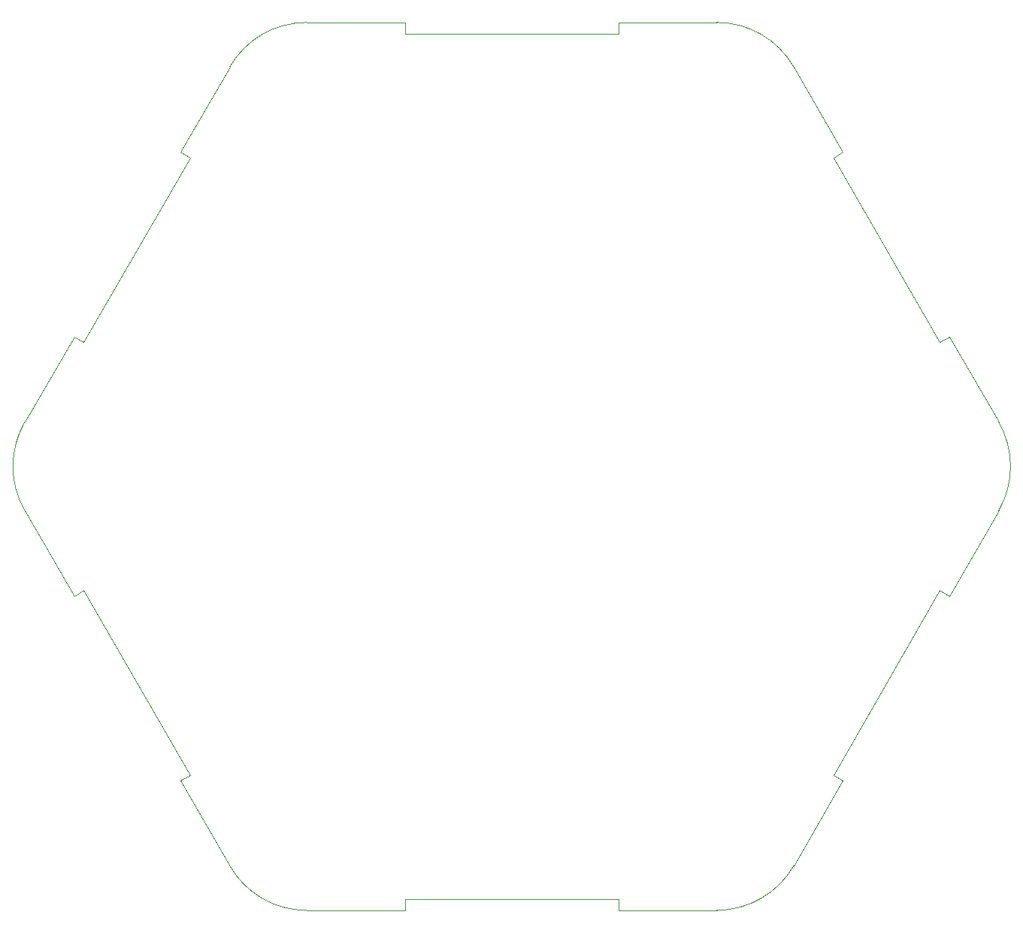
<source format=gm1>
G04 #@! TF.GenerationSoftware,KiCad,Pcbnew,(6.0.2)*
G04 #@! TF.CreationDate,2022-06-23T15:05:51+02:00*
G04 #@! TF.ProjectId,cup_sense,6375705f-7365-46e7-9365-2e6b69636164,rev?*
G04 #@! TF.SameCoordinates,Original*
G04 #@! TF.FileFunction,Profile,NP*
%FSLAX46Y46*%
G04 Gerber Fmt 4.6, Leading zero omitted, Abs format (unit mm)*
G04 Created by KiCad (PCBNEW (6.0.2)) date 2022-06-23 15:05:51*
%MOMM*%
%LPD*%
G01*
G04 APERTURE LIST*
G04 #@! TA.AperFunction,Profile*
%ADD10C,0.100000*%
G04 #@! TD*
G04 APERTURE END LIST*
D10*
X54844644Y-4999102D02*
G75*
G03*
X54844644Y5000898I-8660254J5000000D01*
G01*
X-48220295Y13979999D02*
X-36220295Y34764608D01*
X31751671Y44999101D02*
X37298157Y35392304D01*
X-12003112Y48749101D02*
X-12003112Y49996404D01*
X-12003112Y48749101D02*
X11996888Y48749101D01*
X31751671Y44999101D02*
G75*
G03*
X23089861Y49996405I-8658698J-5002698D01*
G01*
X49298157Y14607695D02*
X48217960Y13984042D01*
X48217961Y-13982246D02*
X49298157Y-14605898D01*
X-54849312Y4998202D02*
X-49302826Y14604999D01*
X-48220295Y13979999D02*
X-49302826Y14604999D01*
X-23096085Y49996405D02*
X-12003112Y49996404D01*
X36217960Y34768652D02*
X37298157Y35392304D01*
X49298157Y14607695D02*
X54844644Y5000898D01*
X-23096085Y49996405D02*
G75*
G03*
X-31756339Y44996405I0J-10000000D01*
G01*
X11996888Y49996405D02*
X11996888Y48749101D01*
X-31753227Y-45000000D02*
X-37299712Y-35393203D01*
X54844644Y-4999102D02*
X49298157Y-14605898D01*
X-12000000Y-50000000D02*
X-12000000Y-48750000D01*
X23092973Y-50000000D02*
G75*
G03*
X31751671Y-44997304I-6230J10005396D01*
G01*
X11996888Y49996405D02*
X23089861Y49996405D01*
X48217961Y-13982246D02*
X36217961Y-34766856D01*
X-36219516Y-34769552D02*
X-48219516Y-13984942D01*
X36217960Y34768652D02*
X48217960Y13984042D01*
X-37302826Y35389608D02*
X-36220295Y34764608D01*
X37298158Y-35390508D02*
X36217961Y-34766856D01*
X-49299713Y-14608594D02*
X-54846200Y-5001798D01*
X12000000Y-48750000D02*
X12000000Y-50000000D01*
X37298158Y-35390508D02*
X31751671Y-44997304D01*
X-31753227Y-45000000D02*
G75*
G03*
X-23092973Y-50000000I8660254J5000000D01*
G01*
X-37302826Y35389608D02*
X-31756339Y44996405D01*
X-54849312Y4998202D02*
G75*
G03*
X-54846200Y-5001798I8661810J-4997305D01*
G01*
X12000000Y-48750000D02*
X-12000000Y-48750000D01*
X-12000000Y-50000000D02*
X-23092973Y-50000000D01*
X23092973Y-50000000D02*
X12000000Y-50000000D01*
X-49299713Y-14608594D02*
X-48219516Y-13984942D01*
X-36219516Y-34769552D02*
X-37299712Y-35393203D01*
M02*

</source>
